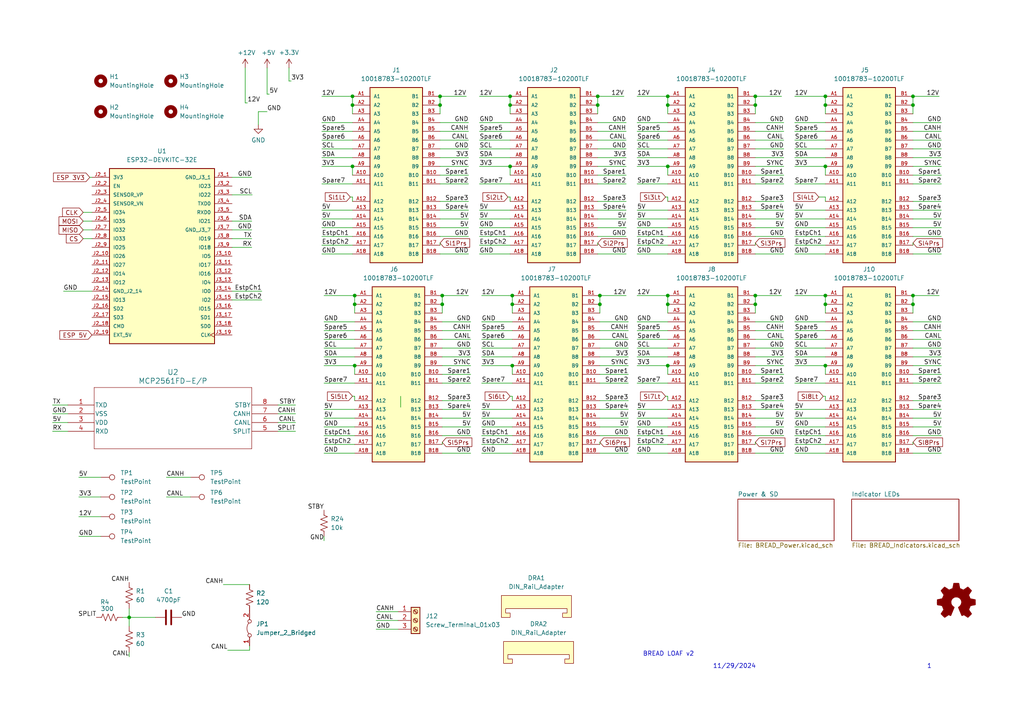
<source format=kicad_sch>
(kicad_sch (version 20230121) (generator eeschema)
  (paper "A4")
  (lib_symbols
    (symbol "10018783-10200TLF:10018783-10200TLF" (pin_names (offset 1.016))
      (property "Reference" "J" (at -7.62 26.162 0))
      (property "Value" "10018783-10200TLF" (at -7.62 -27.94 0))
      (symbol "10018783-10200TLF_0_0"
        (pin passive line (at -12.7 22.86 0) (length 5.08) (name "A1") (number "A1"))
        (pin passive line (at -12.7 0 0) (length 5.08) (name "A10") (number "A10"))
        (pin passive line (at -12.7 -2.54 0) (length 5.08) (name "A11") (number "A11"))
        (pin passive line (at -12.7 -7.62 0) (length 5.08) (name "A12") (number "A12"))
        (pin passive line (at -12.7 -10.16 0) (length 5.08) (name "A13") (number "A13"))
        (pin passive line (at -12.7 -12.7 0) (length 5.08) (name "A14") (number "A14"))
        (pin passive line (at -12.7 -15.24 0) (length 5.08) (name "A15") (number "A15"))
        (pin passive line (at -12.7 -17.78 0) (length 5.08) (name "A16") (number "A16"))
        (pin passive line (at -12.7 -20.32 0) (length 5.08) (name "A17") (number "A17"))
        (pin passive line (at -12.7 -22.86 0) (length 5.08) (name "A18") (number "A18"))
        (pin passive line (at -12.7 20.32 0) (length 5.08) (name "A2") (number "A2"))
        (pin passive line (at -12.7 17.78 0) (length 5.08) (name "A3") (number "A3"))
        (pin passive line (at -12.7 15.24 0) (length 5.08) (name "A4") (number "A4"))
        (pin passive line (at -12.7 12.7 0) (length 5.08) (name "A5") (number "A5"))
        (pin passive line (at -12.7 10.16 0) (length 5.08) (name "A6") (number "A6"))
        (pin passive line (at -12.7 7.62 0) (length 5.08) (name "A7") (number "A7"))
        (pin passive line (at -12.7 5.08 0) (length 5.08) (name "A8") (number "A8"))
        (pin passive line (at -12.7 2.54 0) (length 5.08) (name "A9") (number "A9"))
        (pin passive line (at 12.7 22.86 180) (length 5.08) (name "B1") (number "B1"))
        (pin passive line (at 12.7 0 180) (length 5.08) (name "B10") (number "B10"))
        (pin passive line (at 12.7 -2.54 180) (length 5.08) (name "B11") (number "B11"))
        (pin passive line (at 12.7 -7.62 180) (length 5.08) (name "B12") (number "B12"))
        (pin passive line (at 12.7 -10.16 180) (length 5.08) (name "B13") (number "B13"))
        (pin passive line (at 12.7 -12.7 180) (length 5.08) (name "B14") (number "B14"))
        (pin passive line (at 12.7 -15.24 180) (length 5.08) (name "B15") (number "B15"))
        (pin passive line (at 12.7 -17.78 180) (length 5.08) (name "B16") (number "B16"))
        (pin passive line (at 12.7 -20.32 180) (length 5.08) (name "B17") (number "B17"))
        (pin passive line (at 12.7 -22.86 180) (length 5.08) (name "B18") (number "B18"))
        (pin passive line (at 12.7 20.32 180) (length 5.08) (name "B2") (number "B2"))
        (pin passive line (at 12.7 17.78 180) (length 5.08) (name "B3") (number "B3"))
        (pin passive line (at 12.7 15.24 180) (length 5.08) (name "B4") (number "B4"))
        (pin passive line (at 12.7 12.7 180) (length 5.08) (name "B5") (number "B5"))
        (pin passive line (at 12.7 10.16 180) (length 5.08) (name "B6") (number "B6"))
        (pin passive line (at 12.7 7.62 180) (length 5.08) (name "B7") (number "B7"))
        (pin passive line (at 12.7 5.08 180) (length 5.08) (name "B8") (number "B8"))
        (pin passive line (at 12.7 2.54 180) (length 5.08) (name "B9") (number "B9"))
      )
    )
    (symbol "CAN Controller:MCP2561FD-E_P" (pin_names (offset 0.254))
      (property "Reference" "U" (at 30.48 10.16 0))
      (property "Value" "MCP2561FD-E/P" (at 30.48 7.62 0))
      (symbol "MCP2561FD-E_P_0_1"
        (pin input line (at 0 0 0) (length 7.62) (name "TXD") (number "1"))
        (pin power_in line (at 0 -2.54 0) (length 7.62) (name "VSS") (number "2"))
        (pin power_in line (at 0 -5.08 0) (length 7.62) (name "VDD") (number "3"))
        (pin output line (at 0 -7.62 0) (length 7.62) (name "RXD") (number "4"))
        (pin unspecified line (at 60.96 -7.62 180) (length 7.62) (name "SPLIT") (number "5"))
        (pin bidirectional line (at 60.96 -5.08 180) (length 7.62) (name "CANL") (number "6"))
        (pin bidirectional line (at 60.96 -2.54 180) (length 7.62) (name "CANH") (number "7"))
        (pin input line (at 60.96 0 180) (length 7.62) (name "STBY") (number "8"))
      )
    )
    (symbol "Connector:Screw_Terminal_01x03" (pin_names (offset 1.016) hide)
      (property "Reference" "J" (at 0 5.08 0))
      (property "Value" "Screw_Terminal_01x03" (at 0 -5.08 0))
      (symbol "Screw_Terminal_01x03_1_1"
        (pin passive line (at -5.08 2.54 0) (length 3.81) (name "Pin_1") (number "1"))
        (pin passive line (at -5.08 0 0) (length 3.81) (name "Pin_2") (number "2"))
        (pin passive line (at -5.08 -2.54 0) (length 3.81) (name "Pin_3") (number "3"))
      )
    )
    (symbol "Connector:TestPoint" (pin_numbers hide) (pin_names (offset 0.762) hide)
      (property "Reference" "TP" (at 0 6.858 0))
      (property "Value" "TestPoint" (at 0 5.08 0))
      (symbol "TestPoint_1_1"
        (pin passive line (at 0 0 90) (length 2.54) (name "1") (number "1"))
      )
    )
    (symbol "Device:C" (pin_numbers hide) (pin_names (offset 0.254))
      (property "Reference" "C" (at 0.635 2.54 0))
      (property "Value" "C" (at 0.635 -2.54 0))
      (symbol "C_1_1"
        (pin passive line (at 0 3.81 270) (length 2.794) (name "~") (number "1"))
        (pin passive line (at 0 -3.81 90) (length 2.794) (name "~") (number "2"))
      )
    )
    (symbol "Device:R_US" (pin_numbers hide) (pin_names (offset 0))
      (property "Reference" "R" (at 2.54 0 90))
      (property "Value" "R_US" (at -2.54 0 90))
      (symbol "R_US_1_1"
        (pin passive line (at 0 3.81 270) (length 1.27) (name "~") (number "1"))
        (pin passive line (at 0 -3.81 90) (length 1.27) (name "~") (number "2"))
      )
    )
    (symbol "ESP32-DEVKITC-32E:ESP32-DEVKITC-32E" (pin_names (offset 1.016))
      (property "Reference" "U" (at -15.24 26.162 0))
      (property "Value" "ESP32-DEVKITC-32E" (at -15.24 -27.94 0))
      (symbol "ESP32-DEVKITC-32E_0_0"
        (pin power_in line (at -20.32 22.86 0) (length 5.08) (name "3V3") (number "J2_1"))
        (pin bidirectional line (at -20.32 0 0) (length 5.08) (name "IO26") (number "J2_10"))
        (pin bidirectional line (at -20.32 -2.54 0) (length 5.08) (name "IO27") (number "J2_11"))
        (pin bidirectional line (at -20.32 -5.08 0) (length 5.08) (name "IO14") (number "J2_12"))
        (pin bidirectional line (at -20.32 -7.62 0) (length 5.08) (name "IO12") (number "J2_13"))
        (pin power_in line (at -20.32 -10.16 0) (length 5.08) (name "GND_J2_14") (number "J2_14"))
        (pin bidirectional line (at -20.32 -12.7 0) (length 5.08) (name "IO13") (number "J2_15"))
        (pin bidirectional line (at -20.32 -15.24 0) (length 5.08) (name "SD2") (number "J2_16"))
        (pin bidirectional line (at -20.32 -17.78 0) (length 5.08) (name "SD3") (number "J2_17"))
        (pin bidirectional line (at -20.32 -20.32 0) (length 5.08) (name "CMD") (number "J2_18"))
        (pin power_in line (at -20.32 -22.86 0) (length 5.08) (name "EXT_5V") (number "J2_19"))
        (pin input line (at -20.32 20.32 0) (length 5.08) (name "EN") (number "J2_2"))
        (pin bidirectional line (at -20.32 17.78 0) (length 5.08) (name "SENSOR_VP") (number "J2_3"))
        (pin bidirectional line (at -20.32 15.24 0) (length 5.08) (name "SENSOR_VN") (number "J2_4"))
        (pin bidirectional line (at -20.32 12.7 0) (length 5.08) (name "IO34") (number "J2_5"))
        (pin bidirectional line (at -20.32 10.16 0) (length 5.08) (name "IO35") (number "J2_6"))
        (pin bidirectional line (at -20.32 7.62 0) (length 5.08) (name "IO32") (number "J2_7"))
        (pin bidirectional line (at -20.32 5.08 0) (length 5.08) (name "IO33") (number "J2_8"))
        (pin bidirectional line (at -20.32 2.54 0) (length 5.08) (name "IO25") (number "J2_9"))
        (pin power_in line (at 20.32 22.86 180) (length 5.08) (name "GND_J3_1") (number "J3_1"))
        (pin bidirectional line (at 20.32 0 180) (length 5.08) (name "IO5") (number "J3_10"))
        (pin bidirectional line (at 20.32 -2.54 180) (length 5.08) (name "IO17") (number "J3_11"))
        (pin bidirectional line (at 20.32 -5.08 180) (length 5.08) (name "IO16") (number "J3_12"))
        (pin bidirectional line (at 20.32 -7.62 180) (length 5.08) (name "IO4") (number "J3_13"))
        (pin bidirectional line (at 20.32 -10.16 180) (length 5.08) (name "IO0") (number "J3_14"))
        (pin bidirectional line (at 20.32 -12.7 180) (length 5.08) (name "IO2") (number "J3_15"))
        (pin bidirectional line (at 20.32 -15.24 180) (length 5.08) (name "IO15") (number "J3_16"))
        (pin bidirectional line (at 20.32 -17.78 180) (length 5.08) (name "SD1") (number "J3_17"))
        (pin bidirectional line (at 20.32 -20.32 180) (length 5.08) (name "SD0") (number "J3_18"))
        (pin bidirectional clock (at 20.32 -22.86 180) (length 5.08) (name "CLK") (number "J3_19"))
        (pin bidirectional line (at 20.32 20.32 180) (length 5.08) (name "IO23") (number "J3_2"))
        (pin bidirectional line (at 20.32 17.78 180) (length 5.08) (name "IO22") (number "J3_3"))
        (pin bidirectional line (at 20.32 15.24 180) (length 5.08) (name "TXD0") (number "J3_4"))
        (pin bidirectional line (at 20.32 12.7 180) (length 5.08) (name "RXD0") (number "J3_5"))
        (pin bidirectional line (at 20.32 10.16 180) (length 5.08) (name "IO21") (number "J3_6"))
        (pin power_in line (at 20.32 7.62 180) (length 5.08) (name "GND_J3_7") (number "J3_7"))
        (pin bidirectional line (at 20.32 5.08 180) (length 5.08) (name "IO19") (number "J3_8"))
        (pin bidirectional line (at 20.32 2.54 180) (length 5.08) (name "IO18") (number "J3_9"))
      )
    )
    (symbol "GND_1" (power) (pin_names (offset 0))
      (property "Value" "GND_1" (at 0 -3.81 0))
      (symbol "GND_1_1_1"
        (pin power_in line (at 0 0 270) (length 0) hide (name "GND") (number "1"))
      )
    )
    (symbol "Graphic:Logo_Open_Hardware_Small" (pin_names (offset 1.016)))
    (symbol "Jumper:Jumper_2_Bridged" (pin_names (offset 0) hide)
      (property "Reference" "JP" (at 0 1.905 0))
      (property "Value" "Jumper_2_Bridged" (at 0 -2.54 0))
      (symbol "Jumper_2_Bridged_1_1"
        (pin passive line (at -5.08 0 0) (length 2.54) (name "A") (number "1"))
        (pin passive line (at 5.08 0 180) (length 2.54) (name "B") (number "2"))
      )
    )
    (symbol "Mechanical:DIN_Rail_Adapter"
      (property "Reference" "DRA" (at 0 6.35 0))
      (property "Value" "DIN_Rail_Adapter" (at 0 3.81 0))
    )
    (symbol "Mechanical:MountingHole" (pin_names (offset 1.016))
      (property "Reference" "H" (at 0 5.08 0))
      (property "Value" "MountingHole" (at 0 3.175 0))
    )
    (symbol "power:+12V" (power) (pin_names (offset 0))
      (property "Value" "+12V" (at 0 3.556 0))
      (symbol "+12V_1_1"
        (pin power_in line (at 0 0 90) (length 0) hide (name "+12V") (number "1"))
      )
    )
    (symbol "power:+3.3V" (power) (pin_names (offset 0))
      (property "Value" "+3.3V" (at 0 3.556 0))
      (symbol "+3.3V_1_1"
        (pin power_in line (at 0 0 90) (length 0) hide (name "+3.3V") (number "1"))
      )
    )
    (symbol "power:+5V" (power) (pin_names (offset 0))
      (property "Value" "+5V" (at 0 3.556 0))
      (symbol "+5V_1_1"
        (pin power_in line (at 0 0 90) (length 0) hide (name "+5V") (number "1"))
      )
    )
  )
  (junction (at 128.27 85.725))
  (junction (at 239.395 27.94))
  (junction (at 193.675 48.26))
  (junction (at 102.235 30.48))
  (junction (at 264.795 85.725))
  (junction (at 102.87 106.045))
  (junction (at 147.955 48.26))
  (junction (at 219.075 30.48))
  (junction (at 102.87 88.265))
  (junction (at 173.355 30.48))
  (junction (at 239.395 88.265))
  (junction (at 239.395 30.48))
  (junction (at 128.27 88.265))
  (junction (at 37.465 179.07))
  (junction (at 219.075 85.725))
  (junction (at 239.395 106.045))
  (junction (at 264.795 30.48))
  (junction (at 102.87 85.725))
  (junction (at 264.795 88.265))
  (junction (at 147.955 30.48))
  (junction (at 173.99 85.725))
  (junction (at 102.235 27.94))
  (junction (at 173.99 88.265))
  (junction (at 219.075 88.265))
  (junction (at 173.355 27.94))
  (junction (at 193.675 30.48))
  (junction (at 193.675 88.265))
  (junction (at 148.59 106.045))
  (junction (at 127.635 27.94))
  (junction (at 239.395 85.725))
  (junction (at 148.59 88.265))
  (junction (at 219.075 27.94))
  (junction (at 102.235 48.26))
  (junction (at 147.955 27.94))
  (junction (at 239.395 48.26))
  (junction (at 193.675 85.725))
  (junction (at 148.59 85.725))
  (junction (at 264.795 27.94))
  (junction (at 127.635 30.48))
  (junction (at 193.675 27.94))
  (junction (at 193.675 106.045))
  (wire (pts (xy 173.355 35.56) (xy 181.61 35.56)))
  (wire (pts (xy 230.505 48.26) (xy 239.395 48.26)))
  (wire (pts (xy 93.345 53.34) (xy 102.235 53.34)))
  (wire (pts (xy 219.075 53.34) (xy 227.33 53.34)))
  (wire (pts (xy 264.795 93.345) (xy 273.05 93.345)))
  (wire (pts (xy 173.99 111.125) (xy 182.245 111.125)))
  (wire (pts (xy 193.675 88.265) (xy 193.675 90.805)))
  (wire (pts (xy 147.955 48.26) (xy 147.955 50.8)))
  (wire (pts (xy 93.98 103.505) (xy 102.87 103.505)))
  (wire (pts (xy 219.075 58.42) (xy 227.33 58.42)))
  (wire (pts (xy 102.235 48.26) (xy 102.235 50.8)))
  (wire (pts (xy 239.395 30.48) (xy 239.395 33.02)))
  (wire (pts (xy 230.505 40.64) (xy 239.395 40.64)))
  (wire (pts (xy 239.395 123.825) (xy 230.505 123.825)))
  (wire (pts (xy 173.355 30.48) (xy 173.355 33.02)))
  (wire (pts (xy 227.33 98.425) (xy 219.075 98.425)))
  (wire (pts (xy 139.065 35.56) (xy 147.955 35.56)))
  (wire (pts (xy 264.795 123.825) (xy 273.05 123.825)))
  (wire (pts (xy 219.075 70.485) (xy 219.075 71.12)))
  (wire (pts (xy 135.89 40.64) (xy 127.635 40.64)))
  (wire (pts (xy 37.465 179.07) (xy 45.085 179.07)))
  (wire (pts (xy 139.065 40.64) (xy 147.955 40.64)))
  (wire (pts (xy 230.505 63.5) (xy 239.395 63.5)))
  (wire (pts (xy 93.345 48.26) (xy 102.235 48.26)))
  (wire (pts (xy 77.47 32.385) (xy 74.93 32.385)))
  (wire (pts (xy 264.795 103.505) (xy 273.05 103.505)))
  (wire (pts (xy 193.675 27.94) (xy 193.675 30.48)))
  (wire (pts (xy 128.27 85.725) (xy 135.89 85.725)))
  (wire (pts (xy 173.99 121.285) (xy 182.245 121.285)))
  (wire (pts (xy 67.31 56.515) (xy 73.152 56.515)))
  (wire (pts (xy 173.99 123.825) (xy 182.245 123.825)))
  (wire (pts (xy 193.675 57.15) (xy 193.675 58.42)))
  (wire (pts (xy 173.355 53.34) (xy 181.61 53.34)))
  (wire (pts (xy 264.795 66.04) (xy 273.05 66.04)))
  (wire (pts (xy 227.33 40.64) (xy 219.075 40.64)))
  (wire (pts (xy 264.795 108.585) (xy 273.05 108.585)))
  (wire (pts (xy 22.86 144.145) (xy 29.21 144.145)))
  (wire (pts (xy 148.59 114.935) (xy 147.955 114.935)))
  (wire (pts (xy 230.505 71.12) (xy 239.395 71.12)))
  (wire (pts (xy 239.395 106.045) (xy 239.395 108.585)))
  (wire (pts (xy 93.98 85.725) (xy 102.87 85.725)))
  (wire (pts (xy 128.27 93.345) (xy 136.525 93.345)))
  (wire (pts (xy 273.05 38.1) (xy 264.795 38.1)))
  (wire (pts (xy 22.86 149.86) (xy 29.21 149.86)))
  (wire (pts (xy 184.785 35.56) (xy 193.675 35.56)))
  (wire (pts (xy 67.31 66.675) (xy 73.025 66.675)))
  (wire (pts (xy 264.795 27.94) (xy 264.795 30.48)))
  (wire (pts (xy 139.7 98.425) (xy 148.59 98.425)))
  (wire (pts (xy 230.505 106.045) (xy 239.395 106.045)))
  (wire (pts (xy 173.99 93.345) (xy 182.245 93.345)))
  (wire (pts (xy 139.065 53.34) (xy 147.955 53.34)))
  (wire (pts (xy 219.075 103.505) (xy 227.33 103.505)))
  (wire (pts (xy 102.87 88.265) (xy 102.87 90.805)))
  (wire (pts (xy 128.27 116.205) (xy 136.525 116.205)))
  (wire (pts (xy 93.345 27.94) (xy 102.235 27.94)))
  (wire (pts (xy 230.505 93.345) (xy 239.395 93.345)))
  (wire (pts (xy 239.395 57.15) (xy 239.395 58.42)))
  (wire (pts (xy 264.795 63.5) (xy 273.05 63.5)))
  (wire (pts (xy 139.065 43.18) (xy 147.955 43.18)))
  (wire (pts (xy 67.31 86.995) (xy 75.946 86.995)))
  (wire (pts (xy 219.075 128.27) (xy 219.075 128.905)))
  (wire (pts (xy 173.99 108.585) (xy 182.245 108.585)))
  (wire (pts (xy 264.795 50.8) (xy 273.05 50.8)))
  (wire (pts (xy 264.795 73.66) (xy 273.05 73.66)))
  (wire (pts (xy 173.99 116.205) (xy 182.245 116.205)))
  (wire (pts (xy 239.395 114.935) (xy 239.395 116.205)))
  (wire (pts (xy 93.345 40.64) (xy 102.235 40.64)))
  (wire (pts (xy 219.075 85.725) (xy 219.075 88.265)))
  (wire (pts (xy 184.785 93.345) (xy 193.675 93.345)))
  (wire (pts (xy 147.955 66.04) (xy 139.065 66.04)))
  (wire (pts (xy 71.12 19.685) (xy 71.12 29.845)))
  (wire (pts (xy 264.795 35.56) (xy 273.05 35.56)))
  (wire (pts (xy 219.075 66.04) (xy 227.33 66.04)))
  (wire (pts (xy 136.525 95.885) (xy 128.27 95.885)))
  (wire (pts (xy 139.065 60.96) (xy 147.955 60.96)))
  (wire (pts (xy 85.725 120.015) (xy 80.645 120.015)))
  (wire (pts (xy 230.505 60.96) (xy 239.395 60.96)))
  (wire (pts (xy 127.635 68.58) (xy 135.89 68.58)))
  (wire (pts (xy 22.86 138.43) (xy 29.21 138.43)))
  (wire (pts (xy 193.675 73.66) (xy 184.785 73.66)))
  (wire (pts (xy 273.05 98.425) (xy 264.795 98.425)))
  (wire (pts (xy 239.395 114.935) (xy 238.76 114.935)))
  (wire (pts (xy 184.785 126.365) (xy 193.675 126.365)))
  (wire (pts (xy 264.795 45.72) (xy 273.05 45.72)))
  (wire (pts (xy 77.47 27.305) (xy 77.47 19.685)))
  (wire (pts (xy 102.235 66.04) (xy 93.345 66.04)))
  (wire (pts (xy 139.7 100.965) (xy 148.59 100.965)))
  (wire (pts (xy 219.075 121.285) (xy 227.33 121.285)))
  (wire (pts (xy 102.87 131.445) (xy 93.98 131.445)))
  (wire (pts (xy 219.075 93.345) (xy 227.33 93.345)))
  (wire (pts (xy 127.635 70.485) (xy 127.635 71.12)))
  (wire (pts (xy 219.075 116.205) (xy 227.33 116.205)))
  (wire (pts (xy 264.795 106.045) (xy 273.05 106.045)))
  (wire (pts (xy 273.05 95.885) (xy 264.795 95.885)))
  (wire (pts (xy 128.27 123.825) (xy 136.525 123.825)))
  (wire (pts (xy 147.955 57.15) (xy 147.32 57.15)))
  (wire (pts (xy 173.99 85.725) (xy 181.61 85.725)))
  (wire (pts (xy 139.7 118.745) (xy 148.59 118.745)))
  (wire (pts (xy 264.795 118.745) (xy 273.05 118.745)))
  (wire (pts (xy 102.87 106.045) (xy 102.87 108.585)))
  (wire (pts (xy 128.27 128.27) (xy 128.27 128.905)))
  (wire (pts (xy 93.345 60.96) (xy 102.235 60.96)))
  (wire (pts (xy 184.785 95.885) (xy 193.675 95.885)))
  (wire (pts (xy 67.31 69.215) (xy 73.025 69.215)))
  (wire (pts (xy 93.98 95.885) (xy 102.87 95.885)))
  (wire (pts (xy 15.24 117.475) (xy 19.685 117.475)))
  (wire (pts (xy 93.98 121.285) (xy 102.87 121.285)))
  (wire (pts (xy 173.99 118.745) (xy 182.245 118.745)))
  (wire (pts (xy 102.235 57.15) (xy 101.6 57.15)))
  (wire (pts (xy 193.675 131.445) (xy 184.785 131.445)))
  (wire (pts (xy 72.39 187.325) (xy 72.39 188.595)))
  (wire (pts (xy 139.7 103.505) (xy 148.59 103.505)))
  (wire (pts (xy 219.075 126.365) (xy 227.33 126.365)))
  (wire (pts (xy 193.675 114.935) (xy 193.04 114.935)))
  (wire (pts (xy 173.355 68.58) (xy 181.61 68.58)))
  (wire (pts (xy 37.465 176.53) (xy 37.465 179.07)))
  (wire (pts (xy 219.075 43.18) (xy 227.33 43.18)))
  (wire (pts (xy 128.27 111.125) (xy 136.525 111.125)))
  (wire (pts (xy 219.075 131.445) (xy 227.33 131.445)))
  (wire (pts (xy 102.87 123.825) (xy 93.98 123.825)))
  (wire (pts (xy 24.13 66.675) (xy 26.67 66.675)))
  (wire (pts (xy 93.98 128.905) (xy 102.87 128.905)))
  (wire (pts (xy 48.26 144.145) (xy 55.245 144.145)))
  (wire (pts (xy 139.7 128.905) (xy 148.59 128.905)))
  (wire (pts (xy 230.505 126.365) (xy 239.395 126.365)))
  (wire (pts (xy 173.99 126.365) (xy 182.245 126.365)))
  (wire (pts (xy 15.24 125.095) (xy 19.685 125.095)))
  (wire (pts (xy 80.645 125.095) (xy 85.725 125.095)))
  (wire (pts (xy 109.093 182.499) (xy 115.443 182.499)))
  (wire (pts (xy 93.345 45.72) (xy 102.235 45.72)))
  (wire (pts (xy 128.27 85.725) (xy 128.27 88.265)))
  (wire (pts (xy 173.355 43.18) (xy 181.61 43.18)))
  (wire (pts (xy 93.345 71.12) (xy 102.235 71.12)))
  (wire (pts (xy 72.39 188.595) (xy 66.04 188.595)))
  (wire (pts (xy 193.675 30.48) (xy 193.675 33.02)))
  (wire (pts (xy 184.785 106.045) (xy 193.675 106.045)))
  (wire (pts (xy 239.395 131.445) (xy 230.505 131.445)))
  (wire (pts (xy 102.235 57.15) (xy 102.235 58.42)))
  (wire (pts (xy 230.505 111.125) (xy 239.395 111.125)))
  (wire (pts (xy 148.59 85.725) (xy 148.59 88.265)))
  (wire (pts (xy 84.455 23.495) (xy 83.82 23.495)))
  (wire (pts (xy 173.99 85.725) (xy 173.99 88.265)))
  (wire (pts (xy 127.635 43.18) (xy 135.89 43.18)))
  (wire (pts (xy 193.675 85.725) (xy 193.675 88.265)))
  (wire (pts (xy 173.355 60.96) (xy 181.61 60.96)))
  (wire (pts (xy 219.075 30.48) (xy 219.075 33.02)))
  (wire (pts (xy 128.27 108.585) (xy 136.525 108.585)))
  (wire (pts (xy 135.89 38.1) (xy 127.635 38.1)))
  (wire (pts (xy 273.05 40.64) (xy 264.795 40.64)))
  (wire (pts (xy 139.7 121.285) (xy 148.59 121.285)))
  (wire (pts (xy 219.075 100.965) (xy 227.33 100.965)))
  (wire (pts (xy 184.785 111.125) (xy 193.675 111.125)))
  (wire (pts (xy 24.13 61.595) (xy 26.67 61.595)))
  (wire (pts (xy 85.725 122.555) (xy 80.645 122.555)))
  (wire (pts (xy 128.27 88.265) (xy 128.27 90.805)))
  (wire (pts (xy 264.795 85.725) (xy 272.415 85.725)))
  (wire (pts (xy 109.093 177.419) (xy 115.443 177.419)))
  (wire (pts (xy 184.785 45.72) (xy 193.675 45.72)))
  (wire (pts (xy 239.395 57.15) (xy 237.49 57.15)))
  (wire (pts (xy 264.795 60.96) (xy 273.05 60.96)))
  (wire (pts (xy 264.795 126.365) (xy 273.05 126.365)))
  (wire (pts (xy 230.505 100.965) (xy 239.395 100.965)))
  (wire (pts (xy 128.27 100.965) (xy 136.525 100.965)))
  (wire (pts (xy 184.785 38.1) (xy 193.675 38.1)))
  (wire (pts (xy 67.31 64.135) (xy 73.025 64.135)))
  (wire (pts (xy 93.98 93.345) (xy 102.87 93.345)))
  (wire (pts (xy 102.87 114.935) (xy 102.87 116.205)))
  (wire (pts (xy 15.24 120.015) (xy 19.685 120.015)))
  (wire (pts (xy 173.355 45.72) (xy 181.61 45.72)))
  (wire (pts (xy 184.785 98.425) (xy 193.675 98.425)))
  (wire (pts (xy 239.395 85.725) (xy 239.395 88.265)))
  (wire (pts (xy 230.505 98.425) (xy 239.395 98.425)))
  (wire (pts (xy 15.24 122.555) (xy 19.685 122.555)))
  (wire (pts (xy 193.675 48.26) (xy 193.675 50.8)))
  (wire (pts (xy 128.27 103.505) (xy 136.525 103.505)))
  (wire (pts (xy 71.12 29.845) (xy 71.755 29.845)))
  (wire (pts (xy 139.065 27.94) (xy 147.955 27.94)))
  (wire (pts (xy 173.355 66.04) (xy 181.61 66.04)))
  (wire (pts (xy 67.31 84.455) (xy 75.946 84.455)))
  (wire (pts (xy 227.33 38.1) (xy 219.075 38.1)))
  (wire (pts (xy 148.59 114.935) (xy 148.59 116.205)))
  (wire (pts (xy 173.355 50.8) (xy 181.61 50.8)))
  (wire (pts (xy 219.075 63.5) (xy 227.33 63.5)))
  (wire (pts (xy 24.13 64.135) (xy 26.67 64.135)))
  (wire (pts (xy 93.98 155.575) (xy 93.98 156.845)))
  (wire (pts (xy 139.065 48.26) (xy 147.955 48.26)))
  (wire (pts (xy 173.355 63.5) (xy 181.61 63.5)))
  (wire (pts (xy 230.505 53.34) (xy 239.395 53.34)))
  (wire (pts (xy 184.785 40.64) (xy 193.675 40.64)))
  (wire (pts (xy 184.785 53.34) (xy 193.675 53.34)))
  (wire (pts (xy 219.075 68.58) (xy 227.33 68.58)))
  (wire (pts (xy 67.31 71.755) (xy 73.025 71.755)))
  (wire (pts (xy 102.87 85.725) (xy 102.87 88.265)))
  (wire (pts (xy 264.795 88.265) (xy 264.795 90.805)))
  (wire (pts (xy 148.59 106.045) (xy 148.59 108.585)))
  (wire (pts (xy 173.99 128.27) (xy 173.99 128.905)))
  (wire (pts (xy 264.795 111.125) (xy 273.05 111.125)))
  (wire (pts (xy 173.99 103.505) (xy 182.245 103.505)))
  (wire (pts (xy 264.795 27.94) (xy 272.415 27.94)))
  (wire (pts (xy 230.505 38.1) (xy 239.395 38.1)))
  (wire (pts (xy 127.635 27.94) (xy 127.635 30.48)))
  (wire (pts (xy 93.345 63.5) (xy 102.235 63.5)))
  (wire (pts (xy 230.505 128.905) (xy 239.395 128.905)))
  (wire (pts (xy 139.065 63.5) (xy 147.955 63.5)))
  (wire (pts (xy 219.075 118.745) (xy 227.33 118.745)))
  (wire (pts (xy 219.075 50.8) (xy 227.33 50.8)))
  (wire (pts (xy 230.505 68.58) (xy 239.395 68.58)))
  (wire (pts (xy 102.235 27.94) (xy 102.235 30.48)))
  (wire (pts (xy 219.075 106.045) (xy 227.33 106.045)))
  (wire (pts (xy 230.505 118.745) (xy 239.395 118.745)))
  (wire (pts (xy 72.39 169.545) (xy 64.77 169.545)))
  (wire (pts (xy 227.33 95.885) (xy 219.075 95.885)))
  (wire (pts (xy 127.635 27.94) (xy 135.255 27.94)))
  (wire (pts (xy 219.075 45.72) (xy 227.33 45.72)))
  (wire (pts (xy 128.27 126.365) (xy 136.525 126.365)))
  (wire (pts (xy 22.86 155.575) (xy 29.21 155.575)))
  (wire (pts (xy 127.635 35.56) (xy 135.89 35.56)))
  (wire (pts (xy 173.355 27.94) (xy 180.975 27.94)))
  (wire (pts (xy 184.785 118.745) (xy 193.675 118.745)))
  (wire (pts (xy 219.075 27.94) (xy 219.075 30.48)))
  (wire (pts (xy 264.795 121.285) (xy 273.05 121.285)))
  (wire (pts (xy 127.635 66.04) (xy 135.89 66.04)))
  (wire (pts (xy 184.785 103.505) (xy 193.675 103.505)))
  (wire (pts (xy 93.98 106.045) (xy 102.87 106.045)))
  (wire (pts (xy 148.59 131.445) (xy 139.7 131.445)))
  (wire (pts (xy 193.675 114.935) (xy 193.675 116.205)))
  (wire (pts (xy 128.27 118.745) (xy 136.525 118.745)))
  (wire (pts (xy 173.355 73.66) (xy 181.61 73.66)))
  (wire (pts (xy 264.795 30.48) (xy 264.795 33.02)))
  (wire (pts (xy 230.505 43.18) (xy 239.395 43.18)))
  (wire (pts (xy 230.505 35.56) (xy 239.395 35.56)))
  (wire (pts (xy 193.675 66.04) (xy 184.785 66.04)))
  (wire (pts (xy 173.355 48.26) (xy 181.61 48.26)))
  (wire (pts (xy 102.235 30.48) (xy 102.235 33.02)))
  (wire (pts (xy 184.785 71.12) (xy 193.675 71.12)))
  (wire (pts (xy 78.105 27.305) (xy 77.47 27.305)))
  (wire (pts (xy 93.98 100.965) (xy 102.87 100.965)))
  (wire (pts (xy 219.075 123.825) (xy 227.33 123.825)))
  (wire (pts (xy 48.26 138.43) (xy 55.245 138.43)))
  (wire (pts (xy 127.635 73.66) (xy 135.89 73.66)))
  (wire (pts (xy 147.955 57.15) (xy 147.955 58.42)))
  (wire (pts (xy 264.795 116.205) (xy 273.05 116.205)))
  (wire (pts (xy 128.27 106.045) (xy 136.525 106.045)))
  (wire (pts (xy 35.56 179.07) (xy 37.465 179.07)))
  (wire (pts (xy 18.415 84.455) (xy 26.67 84.455)))
  (wire (pts (xy 230.505 45.72) (xy 239.395 45.72)))
  (wire (pts (xy 127.635 53.34) (xy 135.89 53.34)))
  (wire (pts (xy 219.075 35.56) (xy 227.33 35.56)))
  (wire (pts (xy 184.785 63.5) (xy 193.675 63.5)))
  (wire (pts (xy 128.27 121.285) (xy 136.525 121.285)))
  (wire (pts (xy 184.785 48.26) (xy 193.675 48.26)))
  (wire (pts (xy 85.725 117.475) (xy 80.645 117.475)))
  (wire (pts (xy 184.785 128.905) (xy 193.675 128.905)))
  (wire (pts (xy 264.795 70.485) (xy 264.795 71.12)))
  (wire (pts (xy 264.795 43.18) (xy 273.05 43.18)))
  (wire (pts (xy 93.98 118.745) (xy 102.87 118.745)))
  (wire (pts (xy 109.093 179.959) (xy 115.443 179.959)))
  (wire (pts (xy 148.59 123.825) (xy 139.7 123.825)))
  (wire (pts (xy 127.635 48.26) (xy 135.89 48.26)))
  (wire (pts (xy 139.065 71.12) (xy 147.955 71.12)))
  (wire (pts (xy 219.075 111.125) (xy 227.33 111.125)))
  (wire (pts (xy 147.955 27.94) (xy 147.955 30.48)))
  (wire (pts (xy 239.395 48.26) (xy 239.395 50.8)))
  (wire (pts (xy 219.075 60.96) (xy 227.33 60.96)))
  (wire (pts (xy 127.635 50.8) (xy 135.89 50.8)))
  (wire (pts (xy 139.065 45.72) (xy 147.955 45.72)))
  (wire (pts (xy 67.31 51.435) (xy 73.025 51.435)))
  (wire (pts (xy 230.505 103.505) (xy 239.395 103.505)))
  (wire (pts (xy 193.675 123.825) (xy 184.785 123.825)))
  (wire (pts (xy 230.505 95.885) (xy 239.395 95.885)))
  (wire (pts (xy 93.345 38.1) (xy 102.235 38.1)))
  (wire (pts (xy 264.795 128.27) (xy 264.795 128.905)))
  (wire (pts (xy 127.635 30.48) (xy 127.635 33.02)))
  (wire (pts (xy 264.795 53.34) (xy 273.05 53.34)))
  (wire (pts (xy 24.13 69.215) (xy 26.67 69.215)))
  (wire (pts (xy 264.795 58.42) (xy 273.05 58.42)))
  (wire (pts (xy 127.635 58.42) (xy 135.89 58.42)))
  (wire (pts (xy 127.635 45.72) (xy 135.89 45.72)))
  (wire (pts (xy 128.27 131.445) (xy 136.525 131.445)))
  (wire (pts (xy 93.345 43.18) (xy 102.235 43.18)))
  (wire (pts (xy 93.98 98.425) (xy 102.87 98.425)))
  (wire (pts (xy 219.075 85.725) (xy 226.695 85.725)))
  (wire (pts (xy 102.87 114.935) (xy 102.235 114.935)))
  (wire (pts (xy 239.395 73.66) (xy 230.505 73.66)))
  (wire (pts (xy 219.075 73.66) (xy 227.33 73.66)))
  (wire (pts (xy 184.785 100.965) (xy 193.675 100.965)))
  (wire (pts (xy 173.355 58.42) (xy 181.61 58.42)))
  (wire (pts (xy 147.955 30.48) (xy 147.955 33.02)))
  (wire (pts (xy 264.795 100.965) (xy 273.05 100.965)))
  (wire (pts (xy 184.785 121.285) (xy 193.675 121.285)))
  (wire (pts (xy 139.7 111.125) (xy 148.59 111.125)))
  (wire (pts (xy 26.035 51.435) (xy 26.67 51.435)))
  (wire (pts (xy 116.205 114.935) (xy 116.205 118.11)))
  (wire (pts (xy 184.785 68.58) (xy 193.675 68.58)))
  (wire (pts (xy 181.61 40.64) (xy 173.355 40.64)))
  (wire (pts (xy 102.235 73.66) (xy 93.345 73.66)))
  (wire (pts (xy 264.795 85.725) (xy 264.795 88.265)))
  (wire (pts (xy 181.61 38.1) (xy 173.355 38.1)))
  (wire (pts (xy 193.675 106.045) (xy 193.675 108.585)))
  (wire (pts (xy 239.395 88.265) (xy 239.395 90.805)))
  (wire (pts (xy 230.505 121.285) (xy 239.395 121.285)))
  (wire (pts (xy 173.99 106.045) (xy 182.245 106.045)))
  (wire (pts (xy 184.785 85.725) (xy 193.675 85.725)))
  (wire (pts (xy 173.355 27.94) (xy 173.355 30.48)))
  (wire (pts (xy 93.345 68.58) (xy 102.235 68.58)))
  (wire (pts (xy 37.465 190.5) (xy 37.465 189.23)))
  (wire (pts (xy 173.99 88.265) (xy 173.99 90.805)))
  (wire (pts (xy 184.785 43.18) (xy 193.675 43.18)))
  (wire (pts (xy 219.075 88.265) (xy 219.075 90.805)))
  (wire (pts (xy 184.785 27.94) (xy 193.675 27.94)))
  (wire (pts (xy 139.065 38.1) (xy 147.955 38.1)))
  (wire (pts (xy 127.635 63.5) (xy 135.89 63.5)))
  (wire (pts (xy 219.075 108.585) (xy 227.33 108.585)))
  (wire (pts (xy 264.795 48.26) (xy 273.05 48.26)))
  (wire (pts (xy 239.395 27.94) (xy 239.395 30.48)))
  (wire (pts (xy 147.955 73.66) (xy 139.065 73.66)))
  (wire (pts (xy 148.59 88.265) (xy 148.59 90.805)))
  (wire (pts (xy 230.505 85.725) (xy 239.395 85.725)))
  (wire (pts (xy 139.065 68.58) (xy 147.955 68.58)))
  (wire (pts (xy 93.98 126.365) (xy 102.87 126.365)))
  (wire (pts (xy 239.395 66.04) (xy 230.505 66.04)))
  (wire (pts (xy 184.785 60.96) (xy 193.675 60.96)))
  (wire (pts (xy 139.7 93.345) (xy 148.59 93.345)))
  (wire (pts (xy 74.93 32.385) (xy 74.93 36.195)))
  (wire (pts (xy 193.675 57.15) (xy 193.04 57.15)))
  (wire (pts (xy 182.245 98.425) (xy 173.99 98.425)))
  (wire (pts (xy 219.075 48.26) (xy 227.33 48.26)))
  (wire (pts (xy 139.7 106.045) (xy 148.59 106.045)))
  (wire (pts (xy 182.245 95.885) (xy 173.99 95.885)))
  (wire (pts (xy 93.98 111.125) (xy 102.87 111.125)))
  (wire (pts (xy 173.99 131.445) (xy 182.245 131.445)))
  (wire (pts (xy 219.075 27.94) (xy 226.695 27.94)))
  (wire (pts (xy 93.345 35.56) (xy 102.235 35.56)))
  (wire (pts (xy 139.7 126.365) (xy 148.59 126.365)))
  (wire (pts (xy 136.525 98.425) (xy 128.27 98.425)))
  (wire (pts (xy 139.7 95.885) (xy 148.59 95.885)))
  (wire (pts (xy 264.795 68.58) (xy 273.05 68.58)))
  (wire (pts (xy 83.82 23.495) (xy 83.82 19.685)))
  (wire (pts (xy 230.505 27.94) (xy 239.395 27.94)))
  (wire (pts (xy 264.795 131.445) (xy 273.05 131.445)))
  (wire (pts (xy 173.355 70.485) (xy 173.355 71.12)))
  (wire (pts (xy 139.7 85.725) (xy 148.59 85.725)))
  (wire (pts (xy 173.99 100.965) (xy 182.245 100.965)))
  (wire (pts (xy 127.635 60.96) (xy 135.89 60.96)))
  (wire (pts (xy 37.465 179.07) (xy 37.465 181.61)))
  (text "BREAD LOAF v2" (at 186.436 190.5 0) (effects (font (size 1.27 1.27)) (justify left bottom)))
  (text "11/29/2024\n" (at 206.756 194.056 0) (effects (font (size 1.27 1.27)) (justify left bottom)))
  (text "1" (at 268.859 194.056 0) (effects (font (size 1.27 1.27)) (justify left bottom)))
  (label "CANL" (at 136.525 98.425 180))
  (label "3V3" (at 230.505 48.26 0))
  (label "SCL" (at 93.98 100.965 0))
  (label "GND" (at 230.505 35.56 0))
  (label "12V" (at 181.61 85.725 180))
  (label "EstpCh1" (at 139.065 68.58 0))
  (label "12V" (at 272.415 27.94 180))
  (label "GND" (at 93.345 66.04 0))
  (label "CANH" (at 182.245 95.885 180))
  (label "Spare2" (at 227.33 53.34 180))
  (label "5V" (at 139.065 63.5 0))
  (label "SCL" (at 139.065 43.18 0))
  (label "5V" (at 184.785 121.285 0))
  (label "Spare2" (at 181.61 53.34 180))
  (label "EstpCh2" (at 93.98 128.905 0))
  (label "Spare2" (at 227.33 111.125 180))
  (label "5V" (at 93.345 60.96 0))
  (label "Spare6" (at 230.505 40.64 0))
  (label "5V" (at 227.33 66.04 180))
  (label "GND" (at 182.245 100.965 180))
  (label "CANH" (at 273.05 95.885 180))
  (label "GND" (at 273.05 73.66 180))
  (label "SYNC" (at 182.245 106.045 180))
  (label "3V3" (at 84.455 23.495 0))
  (label "Spare4" (at 227.33 118.745 180))
  (label "GND" (at 184.785 73.66 0))
  (label "CANL" (at 273.05 40.64 180))
  (label "CANH" (at 85.725 120.015 180))
  (label "Spare6" (at 93.345 40.64 0))
  (label "Spare2" (at 136.525 111.125 180))
  (label "GND" (at 181.61 43.18 180))
  (label "3V3" (at 22.86 144.145 0))
  (label "Spare6" (at 230.505 98.425 0))
  (label "GND" (at 273.05 126.365 180))
  (label "Spare5" (at 184.785 95.885 0))
  (label "CANL" (at 109.093 179.959 0))
  (label "SCL" (at 230.505 43.18 0))
  (label "SDA" (at 184.785 103.505 0))
  (label "GND" (at 93.98 131.445 0))
  (label "GND" (at 136.525 100.965 180))
  (label "GND" (at 139.065 66.04 0))
  (label "GND" (at 227.33 68.58 180))
  (label "Spare1" (at 135.89 50.8 180))
  (label "GND" (at 273.05 68.58 180))
  (label "RX" (at 73.025 71.755 180))
  (label "3V3" (at 182.245 103.505 180))
  (label "SYNC" (at 136.525 106.045 180))
  (label "SPLIT" (at 85.725 125.095 180))
  (label "SCL" (at 93.345 43.18 0))
  (label "Spare3" (at 136.525 116.205 180))
  (label "5V" (at 93.98 121.285 0))
  (label "12V" (at 71.755 29.845 0))
  (label "SCL" (at 230.505 100.965 0))
  (label "CANH" (at 181.61 38.1 180))
  (label "3V3" (at 273.05 45.72 180))
  (label "EstpCh2" (at 75.946 86.995 180))
  (label "GND" (at 93.98 93.345 0))
  (label "GND" (at 227.33 126.365 180))
  (label "Spare5" (at 230.505 38.1 0))
  (label "GND" (at 15.24 120.015 0))
  (label "CANH" (at 109.093 177.419 0))
  (label "5V" (at 93.345 63.5 0))
  (label "GND" (at 227.33 93.345 180))
  (label "GND" (at 230.505 73.66 0))
  (label "GND" (at 182.245 93.345 180))
  (label "SYNC" (at 227.33 48.26 180))
  (label "Spare6" (at 184.785 98.425 0))
  (label "CANL" (at 66.04 188.595 180))
  (label "Spare3" (at 227.33 58.42 180))
  (label "5V" (at 136.525 121.285 180))
  (label "GND" (at 182.245 131.445 180))
  (label "Spare1" (at 227.33 108.585 180))
  (label "5V" (at 22.86 138.43 0))
  (label "SPLIT" (at 27.94 179.07 180))
  (label "Spare1" (at 227.33 50.8 180))
  (label "SDA" (at 139.065 45.72 0))
  (label "EstpCh1" (at 230.505 126.365 0))
  (label "SDA" (at 230.505 45.72 0))
  (label "CANH" (at 273.05 38.1 180))
  (label "12V" (at 230.505 27.94 0))
  (label "CANH" (at 64.77 169.545 180))
  (label "Spare6" (at 139.065 40.64 0))
  (label "GND" (at 77.47 32.385 0))
  (label "Spare6" (at 93.98 98.425 0))
  (label "Spare1" (at 182.245 108.585 180))
  (label "SCL" (at 73.152 56.515 180))
  (label "12V" (at 139.065 27.94 0))
  (label "Spare6" (at 184.785 40.64 0))
  (label "GND" (at 273.05 131.445 180))
  (label "GND" (at 109.093 182.499 0))
  (label "CANL" (at 48.26 144.145 0))
  (label "5V" (at 230.505 121.285 0))
  (label "SYNC" (at 227.33 106.045 180))
  (label "CANH" (at 135.89 38.1 180))
  (label "GND" (at 93.98 123.825 0))
  (label "GND" (at 93.345 73.66 0))
  (label "CANL" (at 227.33 98.425 180))
  (label "Spare3" (at 273.05 58.42 180))
  (label "GND" (at 273.05 35.56 180))
  (label "3V3" (at 227.33 45.72 180))
  (label "GND" (at 136.525 126.365 180))
  (label "Spare7" (at 139.7 111.125 0))
  (label "5V" (at 93.98 118.745 0))
  (label "Spare3" (at 181.61 58.42 180))
  (label "EstpCh2" (at 230.505 71.12 0))
  (label "5V" (at 139.7 118.745 0))
  (label "5V" (at 227.33 63.5 180))
  (label "5V" (at 273.05 121.285 180))
  (label "EstpCh1" (at 93.98 126.365 0))
  (label "EstpCh2" (at 139.065 71.12 0))
  (label "GND" (at 139.7 123.825 0))
  (label "GND" (at 182.245 126.365 180))
  (label "Spare3" (at 227.33 116.205 180))
  (label "GND" (at 230.505 66.04 0))
  (label "Spare7" (at 230.505 111.125 0))
  (label "3V3" (at 181.61 45.72 180))
  (label "12V" (at 135.89 85.725 180))
  (label "5V" (at 135.89 63.5 180))
  (label "5V" (at 273.05 123.825 180))
  (label "GND" (at 139.065 73.66 0))
  (label "CANL" (at 85.725 122.555 180))
  (label "SCL" (at 184.785 43.18 0))
  (label "GND" (at 139.065 35.56 0))
  (label "12V" (at 272.415 85.725 180))
  (label "GND" (at 139.7 93.345 0))
  (label "GND" (at 273.05 100.965 180))
  (label "GND" (at 184.785 131.445 0))
  (label "5V" (at 139.065 60.96 0))
  (label "GND" (at 227.33 73.66 180))
  (label "12V" (at 135.255 27.94 180))
  (label "5V" (at 181.61 66.04 180))
  (label "Spare3" (at 135.89 58.42 180))
  (label "STBY" (at 93.98 147.955 180))
  (label "GND" (at 184.785 123.825 0))
  (label "GND" (at 93.98 156.845 180))
  (label "5V" (at 15.24 122.555 0))
  (label "5V" (at 273.05 63.5 180))
  (label "12V" (at 226.695 85.725 180))
  (label "GND" (at 184.785 35.56 0))
  (label "STBY" (at 85.725 117.475 180))
  (label "GND" (at 230.505 131.445 0))
  (label "GND" (at 139.7 131.445 0))
  (label "3V3" (at 273.05 103.505 180))
  (label "GND" (at 230.505 123.825 0))
  (label "CANL" (at 273.05 98.425 180))
  (label "GND" (at 135.89 73.66 180))
  (label "5V" (at 78.105 27.305 0))
  (label "GND" (at 273.05 93.345 180))
  (label "Spare4" (at 182.245 118.745 180))
  (label "GND" (at 181.61 35.56 180))
  (label "CANL" (at 37.465 190.5 180))
  (label "CANH" (at 227.33 95.885 180))
  (label "Spare4" (at 273.05 60.96 180))
  (label "EstpCh2" (at 139.7 128.905 0))
  (label "GND" (at 73.025 51.435 180))
  (label "SDA" (at 139.7 103.505 0))
  (label "3V3" (at 135.89 45.72 180))
  (label "12V" (at 184.785 27.94 0))
  (label "Spare1" (at 181.61 50.8 180))
  (label "EstpCh2" (at 184.785 128.905 0))
  (label "SDA" (at 93.98 103.505 0))
  (label "3V3" (at 139.7 106.045 0))
  (label "5V" (at 184.785 63.5 0))
  (label "SCL" (at 184.785 100.965 0))
  (label "5V" (at 182.245 123.825 180))
  (label "CANH" (at 227.33 38.1 180))
  (label "5V" (at 139.7 121.285 0))
  (label "SYNC" (at 273.05 106.045 180))
  (label "CANL" (at 181.61 40.64 180))
  (label "3V3" (at 93.98 106.045 0))
  (label "EstpCh2" (at 230.505 128.905 0))
  (label "GND" (at 136.525 93.345 180))
  (label "5V" (at 181.61 63.5 180))
  (label "12V" (at 180.975 27.94 180))
  (label "12V" (at 139.7 85.725 0))
  (label "Spare7" (at 139.065 53.34 0))
  (label "SDA" (at 230.505 103.505 0))
  (label "5V" (at 227.33 121.285 180))
  (label "GND" (at 227.33 131.445 180))
  (label "Spare7" (at 230.505 53.34 0))
  (label "5V" (at 273.05 66.04 180))
  (label "GND" (at 181.61 73.66 180))
  (label "GND" (at 184.785 66.04 0))
  (label "12V" (at 93.345 27.94 0))
  (label "Spare7" (at 93.98 111.125 0))
  (label "3V3" (at 184.785 48.26 0))
  (label "CANH" (at 136.525 95.885 180))
  (label "Spare7" (at 184.785 111.125 0))
  (label "3V3" (at 230.505 106.045 0))
  (label "5V" (at 230.505 118.745 0))
  (label "Spare5" (at 93.345 38.1 0))
  (label "5V" (at 135.89 66.04 180))
  (label "3V3" (at 227.33 103.505 180))
  (label "GND" (at 18.415 84.455 0))
  (label "5V" (at 184.785 60.96 0))
  (label "Spare3" (at 273.05 116.205 180))
  (label "CANH" (at 48.26 138.43 0))
  (label "RX" (at 15.24 125.095 0))
  (label "Spare4" (at 227.33 60.96 180))
  (label "Spare4" (at 136.525 118.745 180))
  (label "GND" (at 135.89 43.18 180))
  (label "5V" (at 182.245 121.285 180))
  (label "GND" (at 227.33 35.56 180))
  (label "GND" (at 73.025 66.675 180))
  (label "EstpCh1" (at 230.505 68.58 0))
  (label "GND" (at 184.785 93.345 0))
  (label "Spare5" (at 93.98 95.885 0))
  (label "CANL" (at 227.33 40.64 180))
  (label "EstpCh2" (at 93.345 71.12 0))
  (label "5V" (at 230.505 60.96 0))
  (label "GND" (at 52.705 179.07 0))
  (label "Spare2" (at 182.245 111.125 180))
  (label "12V" (at 230.505 85.725 0))
  (label "CANL" (at 182.245 98.425 180))
  (label "3V3" (at 139.065 48.26 0))
  (label "SYNC" (at 181.61 48.26 180))
  (label "Spare7" (at 93.345 53.34 0))
  (label "CANH" (at 37.465 168.91 180))
  (label "3V3" (at 184.785 106.045 0))
  (label "Spare5" (at 139.7 95.885 0))
  (label "12V" (at 226.695 27.94 180))
  (label "Spare3" (at 182.245 116.205 180))
  (label "SDA" (at 184.785 45.72 0))
  (label "GND" (at 135.89 68.58 180))
  (label "Spare5" (at 230.505 95.885 0))
  (label "GND" (at 181.61 68.58 180))
  (label "12V" (at 22.86 149.86 0))
  (label "5V" (at 136.525 123.825 180))
  (label "SCL" (at 139.7 100.965 0))
  (label "CANL" (at 135.89 40.64 180))
  (label "Spare2" (at 135.89 53.34 180))
  (label "GND" (at 136.525 131.445 180))
  (label "Spare2" (at 273.05 111.125 180))
  (label "SDA" (at 93.345 45.72 0))
  (label "GND" (at 227.33 43.18 180))
  (label "EstpCh1" (at 184.785 126.365 0))
  (label "SYNC" (at 273.05 48.26 180))
  (label "12V" (at 184.785 85.725 0))
  (label "GND" (at 273.05 43.18 180))
  (label "EstpCh2" (at 184.785 71.12 0))
  (label "Spare4" (at 135.89 60.96 180))
  (label "GND" (at 22.86 155.575 0))
  (label "Spare1" (at 136.525 108.585 180))
  (label "EstpCh1" (at 139.7 126.365 0))
  (label "Spare6" (at 139.7 98.425 0))
  (label "EstpCh1" (at 75.946 84.455 180))
  (label "Spare1" (at 273.05 108.585 180))
  (label "12V" (at 93.98 85.725 0))
  (label "Spare1" (at 273.05 50.8 180))
  (label "TX" (at 73.025 69.215 180))
  (label "Spare7" (at 184.785 53.34 0))
  (label "GND" (at 93.345 35.56 0))
  (label "EstpCh1" (at 184.785 68.58 0))
  (label "TX" (at 15.24 117.475 0))
  (label "GND" (at 227.33 100.965 180))
  (label "3V3" (at 93.345 48.26 0))
  (label "GND" (at 135.89 35.56 180))
  (label "Spare4" (at 181.61 60.96 180))
  (label "EstpCh1" (at 93.345 68.58 0))
  (label "5V" (at 227.33 123.825 180))
  (label "Spare5" (at 139.065 38.1 0))
  (label "5V" (at 230.505 63.5 0))
  (label "5V" (at 184.785 118.745 0))
  (label "Spare5" (at 184.785 38.1 0))
  (label "Spare2" (at 273.05 53.34 180))
  (label "SYNC" (at 135.89 48.26 180))
  (label "GND" (at 230.505 93.345 0))
  (label "Spare4" (at 273.05 118.745 180))
  (label "3V3" (at 136.525 103.505 180))
  (label "SDA" (at 73.025 64.135 180))
  (global_label "MOSI" (shape input) (at 24.13 64.135 180) (property "Intersheetrefs" "${INTERSHEET_REFS}" (effects hide)))
  (global_label "Sl4Lt" (shape input) (at 237.49 57.15 180) (property "Intersheetrefs" "${INTERSHEET_REFS}" (effects hide)))
  (global_label "Sl3Prs" (shape input) (at 219.075 70.485 0) (property "Intersheetrefs" "${INTERSHEET_REFS}" (effects hide)))
  (global_label "CLK" (shape input) (at 24.13 61.595 180) (property "Intersheetrefs" "${INTERSHEET_REFS}" (effects hide)))
  (global_label "Sl5Prs" (shape input) (at 128.27 128.27 0) (property "Intersheetrefs" "${INTERSHEET_REFS}" (effects hide)))
  (global_label "Sl5Lt" (shape input) (at 102.235 114.935 180) (property "Intersheetrefs" "${INTERSHEET_REFS}" (effects hide)))
  (global_label "Sl6Lt" (shape input) (at 147.955 114.935 180) (property "Intersheetrefs" "${INTERSHEET_REFS}" (effects hide)))
  (global_label "Sl6Prs" (shape input) (at 173.99 128.27 0) (property "Intersheetrefs" "${INTERSHEET_REFS}" (effects hide)))
  (global_label "Sl8Prs" (shape input) (at 264.795 128.27 0) (property "Intersheetrefs" "${INTERSHEET_REFS}" (effects hide)))
  (global_label "Sl7Lt" (shape input) (at 193.04 114.935 180) (property "Intersheetrefs" "${INTERSHEET_REFS}" (effects hide)))
  (global_label "ESP 3V3" (shape input) (at 26.035 51.435 180) (property "Intersheetrefs" "${INTERSHEET_REFS}" (effects hide)))
  (global_label "Sl1Lt" (shape input) (at 101.6 57.15 180) (property "Intersheetrefs" "${INTERSHEET_REFS}" (effects hide)))
  (global_label "MISO" (shape input) (at 24.13 66.675 180) (property "Intersheetrefs" "${INTERSHEET_REFS}" (effects hide)))
  (global_label "Sl2Lt" (shape input) (at 147.32 57.15 180) (property "Intersheetrefs" "${INTERSHEET_REFS}" (effects hide)))
  (global_label "Sl8Lt" (shape input) (at 238.76 114.935 180) (property "Intersheetrefs" "${INTERSHEET_REFS}" (effects hide)))
  (global_label "Sl3Lt" (shape input) (at 193.04 57.15 180) (property "Intersheetrefs" "${INTERSHEET_REFS}" (effects hide)))
  (global_label "Sl2Prs" (shape input) (at 173.355 70.485 0) (property "Intersheetrefs" "${INTERSHEET_REFS}" (effects hide)))
  (global_label "Sl7Prs" (shape input) (at 219.075 128.27 0) (property "Intersheetrefs" "${INTERSHEET_REFS}" (effects hide)))
  (global_label "ESP 5V" (shape input) (at 26.67 97.155 180) (property "Intersheetrefs" "${INTERSHEET_REFS}" (effects hide)))
  (global_label "CS" (shape input) (at 24.13 69.215 180) (property "Intersheetrefs" "${INTERSHEET_REFS}" (effects hide)))
  (global_label "Sl4Prs" (shape input) (at 264.795 70.485 0) (property "Intersheetrefs" "${INTERSHEET_REFS}" (effects hide)))
  (global_label "Sl1Prs" (shape input) (at 127.635 70.485 0) (property "Intersheetrefs" "${INTERSHEET_REFS}" (effects hide)))
  (symbol (lib_id "Mechanical:DIN_Rail_Adapter") (at 155.575 175.26 0) (unit 1)
    (property "Reference" "DRA1" (at 155.575 167.64 0))
    (property "Value" "DIN_Rail_Adapter" (at 155.575 170.18 0))
    (property "Footprint" "MountingEquipment:DINRailAdapter_3xM3_PhoenixContact_1201578" (effects hide))
  )
  (symbol (lib_id "10018783-10200TLF:10018783-10200TLF") (at 115.57 108.585 0) (unit 1)
    (property "Reference" "J6" (at 114.3 78.105 0))
    (property "Value" "10018783-10200TLF" (at 115.57 80.645 0))
    (property "Footprint" "LOAF Update:AMPHENOL_10018783-10200TLF" (effects hide))
    (property "PARTREV" "Z" (effects hide))
    (property "STANDARD" "Manufacturer Recommendations" (effects hide))
    (property "MAXIMUM_PACKAGE_HEIGHT" "11.25mm" (effects hide))
    (property "MANUFACTURER" "Amphenol" (effects hide))
  )
  (symbol (lib_id "Connector:TestPoint") (at 29.21 149.86 270) (unit 1)
    (property "Reference" "TP3" (at 34.925 148.59 90) (effects (justify left)))
    (property "Value" "TestPoint" (at 34.925 151.13 90) (effects (justify left)))
    (property "Footprint" "TestPoint:TestPoint_Pad_D4.0mm" (effects hide))
  )
  (symbol (lib_id "Device:R_US") (at 72.39 173.355 0) (unit 1)
    (property "Reference" "R2" (at 74.295 172.085 0) (effects (justify left)))
    (property "Value" "120" (at 74.295 174.625 0) (effects (justify left)))
    (property "Footprint" "Resistor_SMD:R_1206_3216Metric_Pad1.30x1.75mm_HandSolder" (effects hide))
  )
  (symbol (lib_id "10018783-10200TLF:10018783-10200TLF") (at 161.29 108.585 0) (unit 1)
    (property "Reference" "J7" (at 160.02 78.105 0))
    (property "Value" "10018783-10200TLF" (at 161.29 80.645 0))
    (property "Footprint" "LOAF Update:AMPHENOL_10018783-10200TLF" (effects hide))
    (property "PARTREV" "Z" (effects hide))
    (property "STANDARD" "Manufacturer Recommendations" (effects hide))
    (property "MAXIMUM_PACKAGE_HEIGHT" "11.25mm" (effects hide))
    (property "MANUFACTURER" "Amphenol" (effects hide))
  )
  (symbol (lib_id "Connector:TestPoint") (at 55.245 144.145 270) (unit 1)
    (property "Reference" "TP6" (at 60.96 142.875 90) (effects (justify left)))
    (property "Value" "TestPoint" (at 60.96 145.415 90) (effects (justify left)))
    (property "Footprint" "TestPoint:TestPoint_Pad_D4.0mm" (effects hide))
  )
  (symbol (lib_id "CAN Controller:MCP2561FD-E_P") (at 19.685 117.475 0) (unit 1)
    (property "Reference" "U2" (at 50.165 107.95 0) (effects (font (size 1.524 1.524))))
    (property "Value" "MCP2561FD-E/P" (at 50.165 110.49 0) (effects (font (size 1.524 1.524))))
    (property "Footprint" "MCP2561FD:PDIP8_300MC_MCH" (effects hide))
    (property "Datasheet" "MCP2561FD-E/P" (effects hide))
  )
  (symbol (lib_id "10018783-10200TLF:10018783-10200TLF") (at 252.095 108.585 0) (unit 1)
    (property "Reference" "J10" (at 252.095 78.105 0))
    (property "Value" "10018783-10200TLF" (at 252.095 80.645 0))
    (property "Footprint" "LOAF Update:AMPHENOL_10018783-10200TLF" (effects hide))
    (property "PARTREV" "Z" (effects hide))
    (property "STANDARD" "Manufacturer Recommendations" (effects hide))
    (property "MAXIMUM_PACKAGE_HEIGHT" "11.25mm" (effects hide))
    (property "MANUFACTURER" "Amphenol" (effects hide))
  )
  (symbol (lib_id "10018783-10200TLF:10018783-10200TLF") (at 206.375 50.8 0) (unit 1)
    (property "Reference" "J4" (at 206.375 20.32 0))
    (property "Value" "10018783-10200TLF" (at 206.375 22.86 0))
    (property "Footprint" "LOAF Update:AMPHENOL_10018783-10200TLF" (effects hide))
    (property "PARTREV" "Z" (effects hide))
    (property "STANDARD" "Manufacturer Recommendations" (effects hide))
    (property "MAXIMUM_PACKAGE_HEIGHT" "11.25mm" (effects hide))
    (property "MANUFACTURER" "Amphenol" (effects hide))
  )
  (symbol (lib_id "Jumper:Jumper_2_Bridged") (at 72.39 182.245 90) (unit 1)
    (property "Reference" "JP1" (at 74.295 180.975 90) (effects (justify right)))
    (property "Value" "Jumper_2_Bridged" (at 74.295 183.515 90) (effects (justify right)))
    (property "Footprint" "Connector_PinHeader_2.54mm:PinHeader_2x01_P2.54mm_Vertical" (effects hide))
  )
  (symbol (lib_name "GND_1") (lib_id "power:GND") (at 74.93 36.195 0) (unit 1)
    (property "Reference" "#PWR017" (effects hide))
    (property "Value" "GND" (at 74.93 40.64 0))
  )
  (symbol (lib_id "Mechanical:DIN_Rail_Adapter") (at 156.21 188.595 0) (unit 1)
    (property "Reference" "DRA2" (at 156.21 180.975 0))
    (property "Value" "DIN_Rail_Adapter" (at 156.21 183.515 0))
    (property "Footprint" "MountingEquipment:DINRailAdapter_3xM3_PhoenixContact_1201578" (effects hide))
  )
  (symbol (lib_id "Device:R_US") (at 37.465 185.42 0) (unit 1)
    (property "Reference" "R3" (at 39.37 184.15 0) (effects (justify left)))
    (property "Value" "60" (at 39.37 186.69 0) (effects (justify left)))
    (property "Footprint" "Resistor_SMD:R_1206_3216Metric_Pad1.30x1.75mm_HandSolder" (effects hide))
  )
  (symbol (lib_id "ESP32-DEVKITC-32E:ESP32-DEVKITC-32E") (at 46.99 74.295 0) (unit 1)
    (property "Reference" "U1" (at 46.99 43.815 0))
    (property "Value" "ESP32-DEVKITC-32E" (at 46.99 46.355 0))
    (property "Footprint" "LOAF Update:MODULE_ESP32-DEVKITC-32E" (effects hide))
    (property "PARTREV" "1.4" (effects hide))
    (property "STANDARD" "Manufacturer Recommendations" (effects hide))
    (property "MANUFACTURER" "Espressif Systems" (effects hide))
  )
  (symbol (lib_id "Connector:TestPoint") (at 29.21 155.575 270) (unit 1)
    (property "Reference" "TP4" (at 34.925 154.305 90) (effects (justify left)))
    (property "Value" "TestPoint" (at 34.925 156.845 90) (effects (justify left)))
    (property "Footprint" "TestPoint:TestPoint_Pad_D4.0mm" (effects hide))
  )
  (symbol (lib_id "power:+5V") (at 77.47 19.685 0) (unit 1)
    (property "Reference" "#PWR018" (effects hide))
    (property "Value" "+5V" (at 77.851 15.2908 0))
  )
  (symbol (lib_id "Device:R_US") (at 31.75 179.07 90) (unit 1)
    (property "Reference" "R4" (at 31.75 174.625 90) (effects (justify left)))
    (property "Value" "300" (at 33.02 176.53 90) (effects (justify left)))
    (property "Footprint" "Resistor_SMD:R_1206_3216Metric_Pad1.30x1.75mm_HandSolder" (effects hide))
  )
  (symbol (lib_id "Mechanical:MountingHole") (at 49.53 23.495 0) (unit 1)
    (property "Reference" "H3" (at 52.07 22.2249 0) (effects (justify left)))
    (property "Value" "MountingHole" (at 52.07 24.7649 0) (effects (justify left)))
    (property "Footprint" "MountingHole:MountingHole_3.2mm_M3_DIN965_Pad" (effects hide))
  )
  (symbol (lib_id "Device:C") (at 48.895 179.07 90) (unit 1)
    (property "Reference" "C1" (at 48.895 171.45 90))
    (property "Value" "4700pF" (at 48.895 173.99 90))
    (property "Footprint" "Capacitor_SMD:C_1206_3216Metric_Pad1.33x1.80mm_HandSolder" (effects hide))
  )
  (symbol (lib_id "Connector:TestPoint") (at 55.245 138.43 270) (unit 1)
    (property "Reference" "TP5" (at 60.96 137.16 90) (effects (justify left)))
    (property "Value" "TestPoint" (at 60.96 139.7 90) (effects (justify left)))
    (property "Footprint" "TestPoint:TestPoint_Pad_D4.0mm" (effects hide))
  )
  (symbol (lib_id "Connector:TestPoint") (at 29.21 144.145 270) (unit 1)
    (property "Reference" "TP2" (at 34.925 142.875 90) (effects (justify left)))
    (property "Value" "TestPoint" (at 34.925 145.415 90) (effects (justify left)))
    (property "Footprint" "TestPoint:TestPoint_Pad_D4.0mm" (effects hide))
  )
  (symbol (lib_id "Device:R_US") (at 37.465 172.72 0) (unit 1)
    (property "Reference" "R1" (at 39.37 171.45 0) (effects (justify left)))
    (property "Value" "60" (at 39.37 173.99 0) (effects (justify left)))
    (property "Footprint" "Resistor_SMD:R_1206_3216Metric_Pad1.30x1.75mm_HandSolder" (effects hide))
  )
  (symbol (lib_id "Graphic:Logo_Open_Hardware_Small") (at 277.368 174.752 0) (unit 1)
    (property "Reference" "Logo1" (effects hide))
    (property "Value" "Logo_Open_Hardware_Small" (effects hide))
    (property "Footprint" "Symbol:OSHW-Symbol_6.7x6mm_SilkScreen" (effects hide))
  )
  (symbol (lib_id "Connector:Screw_Terminal_01x03") (at 120.523 179.959 0) (unit 1)
    (property "Reference" "J12" (at 123.444 178.689 0) (effects (justify left)))
    (property "Value" "Screw_Terminal_01x03" (at 123.444 181.229 0) (effects (justify left)))
    (property "Footprint" "TerminalBlock_Phoenix:TerminalBlock_Phoenix_MKDS-1,5-3-5.08_1x03_P5.08mm_Horizontal" (effects hide))
  )
  (symbol (lib_id "10018783-10200TLF:10018783-10200TLF") (at 252.095 50.8 0) (unit 1)
    (property "Reference" "J5" (at 250.825 20.32 0))
    (property "Value" "10018783-10200TLF" (at 252.095 22.86 0))
    (property "Footprint" "LOAF Update:AMPHENOL_10018783-10200TLF" (effects hide))
    (property "PARTREV" "Z" (effects hide))
    (property "STANDARD" "Manufacturer Recommendations" (effects hide))
    (property "MAXIMUM_PACKAGE_HEIGHT" "11.25mm" (effects hide))
    (property "MANUFACTURER" "Amphenol" (effects hide))
  )
  (symbol (lib_id "Connector:TestPoint") (at 29.21 138.43 270) (unit 1)
    (property "Reference" "TP1" (at 34.925 137.16 90) (effects (justify left)))
    (property "Value" "TestPoint" (at 34.925 139.7 90) (effects (justify left)))
    (property "Footprint" "TestPoint:TestPoint_Pad_D4.0mm" (effects hide))
  )
  (symbol (lib_id "10018783-10200TLF:10018783-10200TLF") (at 206.375 108.585 0) (unit 1)
    (property "Reference" "J8" (at 206.375 78.105 0))
    (property "Value" "10018783-10200TLF" (at 206.375 80.645 0))
    (property "Footprint" "LOAF Update:AMPHENOL_10018783-10200TLF" (effects hide))
    (property "PARTREV" "Z" (effects hide))
    (property "STANDARD" "Manufacturer Recommendations" (effects hide))
    (property "MAXIMUM_PACKAGE_HEIGHT" "11.25mm" (effects hide))
    (property "MANUFACTURER" "Amphenol" (effects hide))
  )
  (symbol (lib_id "10018783-10200TLF:10018783-10200TLF") (at 160.655 50.8 0) (unit 1)
    (property "Reference" "J2" (at 160.655 20.32 0))
    (property "Value" "10018783-10200TLF" (at 160.655 22.86 0))
    (property "Footprint" "LOAF Update:AMPHENOL_10018783-10200TLF" (effects hide))
    (property "PARTREV" "Z" (effects hide))
    (property "STANDARD" "Manufacturer Recommendations" (effects hide))
    (property "MAXIMUM_PACKAGE_HEIGHT" "11.25mm" (effects hide))
    (property "MANUFACTURER" "Amphenol" (effects hide))
  )
  (symbol (lib_id "Mechanical:MountingHole") (at 49.53 32.385 0) (unit 1)
    (property "Reference" "H4" (at 52.07 31.1149 0) (effects (justify left)))
    (property "Value" "MountingHole" (at 52.07 33.6549 0) (effects (justify left)))
    (property "Footprint" "MountingHole:MountingHole_3.2mm_M3_DIN965_Pad" (effects hide))
  )
  (symbol (lib_id "10018783-10200TLF:10018783-10200TLF") (at 114.935 50.8 0) (unit 1)
    (property "Reference" "J1" (at 114.935 20.32 0))
    (property "Value" "10018783-10200TLF" (at 114.935 22.86 0))
    (property "Footprint" "LOAF Update:AMPHENOL_10018783-10200TLF" (effects hide))
    (property "PARTREV" "Z" (effects hide))
    (property "STANDARD" "Manufacturer Recommendations" (effects hide))
    (property "MAXIMUM_PACKAGE_HEIGHT" "11.25mm" (effects hide))
    (property "MANUFACTURER" "Amphenol" (effects hide))
  )
  (symbol (lib_id "Mechanical:MountingHole") (at 29.21 32.385 0) (unit 1)
    (property "Reference" "H2" (at 31.75 31.1149 0) (effects (justify left)))
    (property "Value" "MountingHole" (at 31.75 33.6549 0) (effects (justify left)))
    (property "Footprint" "MountingHole:MountingHole_3.2mm_M3_DIN965_Pad" (effects hide))
  )
  (symbol (lib_id "Device:R_US") (at 93.98 151.765 0) (unit 1)
    (property "Reference" "R24" (at 95.885 150.495 0) (effects (justify left)))
    (property "Value" "10k" (at 95.885 153.035 0) (effects (justify left)))
    (property "Footprint" "Resistor_SMD:R_1206_3216Metric_Pad1.30x1.75mm_HandSolder" (effects hide))
  )
  (symbol (lib_id "Mechanical:MountingHole") (at 29.21 23.495 0) (unit 1)
    (property "Reference" "H1" (at 31.75 22.2249 0) (effects (justify left)))
    (property "Value" "MountingHole" (at 31.75 24.7649 0) (effects (justify left)))
    (property "Footprint" "MountingHole:MountingHole_3.2mm_M3_DIN965_Pad" (effects hide))
  )
  (symbol (lib_id "power:+12V") (at 71.12 19.685 0) (unit 1)
    (property "Reference" "#PWR016" (effects hide))
    (property "Value" "+12V" (at 71.501 15.2908 0))
  )
  (symbol (lib_id "power:+3.3V") (at 83.82 19.685 0) (unit 1)
    (property "Reference" "#PWR019" (effects hide))
    (property "Value" "+3.3V" (at 83.82 15.24 0))
  )
  (sheet (at 247.015 144.78) (size 31.115 12.065) (stroke (width 0.1524))
    (property "Sheetname" "Indicator LEDs" (at 247.015 144.0684 0) (effects (justify left bottom)))
    (property "Sheetfile" "BREAD_Indicators.kicad_sch" (at 247.015 157.4296 0) (effects (justify left top)))
  )
  (sheet (at 213.995 144.78) (size 27.94 12.065) (stroke (width 0.1524))
    (property "Sheetname" "Power & SD" (at 213.995 144.0684 0) (effects (justify left bottom)))
    (property "Sheetfile" "BREAD_Power.kicad_sch" (at 213.995 157.4296 0) (effects (justify left top)))
  )
)
</source>
